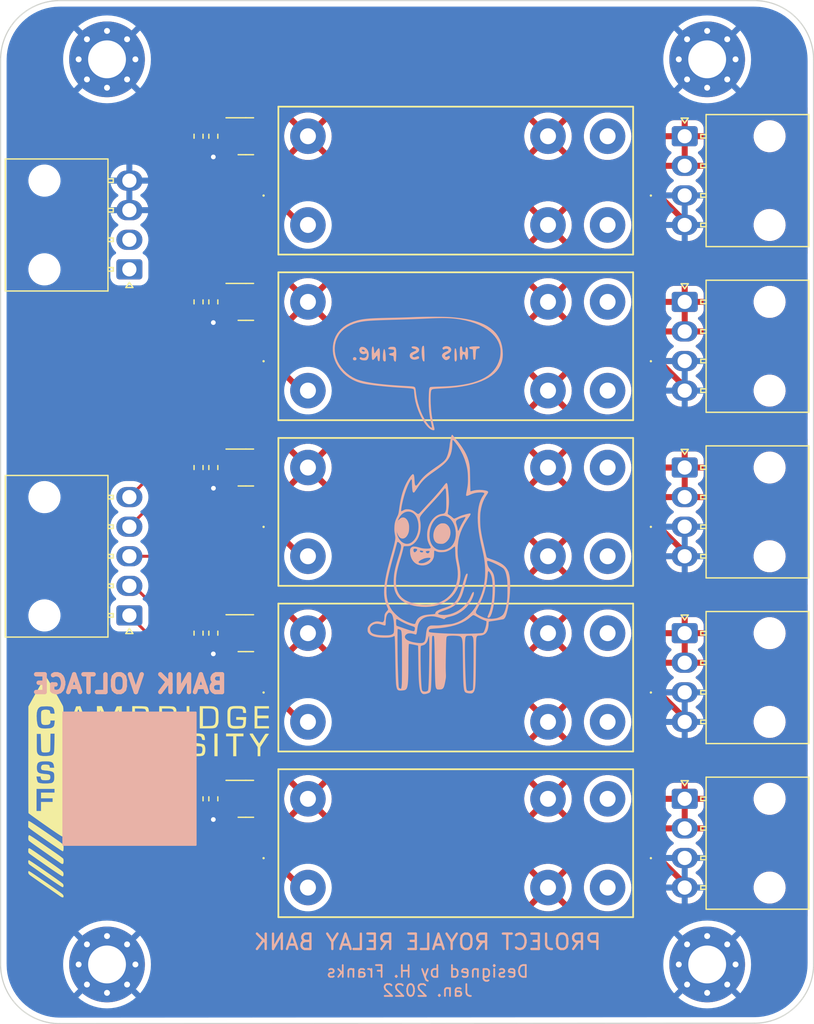
<source format=kicad_pcb>
(kicad_pcb (version 20211014) (generator pcbnew)
  (layers (0 "F.Cu" signal) (1 "In1.Cu" signal) (2 "In2.Cu" signal) (31 "B.Cu" signal) (34 "B.Paste" user) (35 "F.Paste" user) (36 "B.SilkS" user "B.Silkscreen") (37 "F.SilkS" user "F.Silkscreen") (38 "B.Mask" user) (39 "F.Mask" user) (44 "Edge.Cuts" user))
  (net 0 "")
  (net 1 "PWR")
  (net 2 "GND")
  (net 3 "Net-(D201-Pad2)")
  (net 4 "Net-(D301-Pad2)")
  (net 5 "Net-(D401-Pad2)")
  (net 6 "Net-(D501-Pad2)")
  (net 7 "Net-(D601-Pad2)")
  (net 8 "Net-(D202-Pad2)")
  (net 9 "Net-(D302-Pad2)")
  (net 10 "Net-(D402-Pad2)")
  (net 11 "Net-(D502-Pad2)")
  (net 12 "Net-(D602-Pad2)")
  (net 13 "Net-(Q201-Pad1)")
  (net 14 "Net-(Q301-Pad1)")
  (net 15 "Net-(Q401-Pad1)")
  (net 16 "Net-(Q501-Pad1)")
  (net 17 "Net-(Q601-Pad1)")
  (net 18 "/EN_04")
  (net 19 "/EN_02")
  (net 20 "/EN_05")
  (net 21 "/EN_01")
  (net 22 "/EN_03")
  (footprint "royale:BSS138" (layer "F.Cu") (at 143.74 106)
    (fp_text reference "Q401")
    (fp_text value "BSS138")
    (pad "1" smd roundrect (at -0.9375 -0.95) (size 1.475 0.6) (layers "F.Cu" "F.Paste" "F.Mask") (net 15 "Net-(Q401-Pad1)"))
    (pad "2" smd roundrect (at -0.9375 0.95) (size 1.475 0.6) (layers "F.Cu" "F.Paste" "F.Mask") (net 2 "GND"))
    (pad "3" smd roundrect (at 0.9375 0) (size 1.475 0.6) (layers "F.Cu" "F.Paste" "F.Mask") (net 10 "Net-(D402-Pad2)"))
  )
  (footprint "royale:MountingHole_Pad" (layer "F.Cu") (at 182.75 71.5)
    (fp_text reference "H102" hide)
    (fp_text value "MountingHole_Pad")
    (pad "1" thru_hole circle locked (at 1.697056 1.697056) (size 0.8 0.8) (drill 0.5) (layers *.Cu *.Mask) (net 2 "GND"))
    (pad "1" thru_hole circle locked (at 0 -2.4) (size 0.8 0.8) (drill 0.5) (layers *.Cu *.Mask) (net 2 "GND"))
    (pad "1" thru_hole circle locked (at 0 2.4) (size 0.8 0.8) (drill 0.5) (layers *.Cu *.Mask) (net 2 "GND"))
    (pad "1" thru_hole circle locked (at 2.4 0) (size 0.8 0.8) (drill 0.5) (layers *.Cu *.Mask) (net 2 "GND"))
    (pad "1" thru_hole circle locked (at -1.697056 -1.697056) (size 0.8 0.8) (drill 0.5) (layers *.Cu *.Mask) (net 2 "GND"))
    (pad "1" thru_hole circle locked (at -1.697056 1.697056) (size 0.8 0.8) (drill 0.5) (layers *.Cu *.Mask) (net 2 "GND"))
    (pad "1" thru_hole circle locked (at -2.4 0) (size 0.8 0.8) (drill 0.5) (layers *.Cu *.Mask) (net 2 "GND"))
    (pad "1" thru_hole circle locked (at 0 0) (size 6.4 6.4) (drill 3.2) (layers *.Cu *.Mask) (net 2 "GND"))
    (pad "1" thru_hole circle locked (at 1.697056 -1.697056) (size 0.8 0.8) (drill 0.5) (layers *.Cu *.Mask) (net 2 "GND"))
  )
  (footprint "royale:MountingHole_Pad" (layer "F.Cu") (at 182.75 148)
    (fp_text reference "H103" hide)
    (fp_text value "MountingHole_Pad")
    (pad "1" thru_hole circle locked (at 1.697056 -1.697056) (size 0.8 0.8) (drill 0.5) (layers *.Cu *.Mask) (net 2 "GND"))
    (pad "1" thru_hole circle locked (at 0 -2.4) (size 0.8 0.8) (drill 0.5) (layers *.Cu *.Mask) (net 2 "GND"))
    (pad "1" thru_hole circle locked (at -1.697056 1.697056) (size 0.8 0.8) (drill 0.5) (layers *.Cu *.Mask) (net 2 "GND"))
    (pad "1" thru_hole circle locked (at -2.4 0) (size 0.8 0.8) (drill 0.5) (layers *.Cu *.Mask) (net 2 "GND"))
    (pad "1" thru_hole circle locked (at 0 2.4) (size 0.8 0.8) (drill 0.5) (layers *.Cu *.Mask) (net 2 "GND"))
    (pad "1" thru_hole circle locked (at -1.697056 -1.697056) (size 0.8 0.8) (drill 0.5) (layers *.Cu *.Mask) (net 2 "GND"))
    (pad "1" thru_hole circle locked (at 2.4 0) (size 0.8 0.8) (drill 0.5) (layers *.Cu *.Mask) (net 2 "GND"))
    (pad "1" thru_hole circle locked (at 1.697056 1.697056) (size 0.8 0.8) (drill 0.5) (layers *.Cu *.Mask) (net 2 "GND"))
    (pad "1" thru_hole circle locked (at 0 0) (size 6.4 6.4) (drill 3.2) (layers *.Cu *.Mask) (net 2 "GND"))
  )
  (footprint "royale:Molex_Nano-Fit_105313-xx04_1x04_P2.50mm_Horizontal" (layer "F.Cu") (at 180.85 120)
    (fp_text reference "J301")
    (fp_text value "VALVE")
    (pad "" np_thru_hole circle (at 7.18 0) (size 1.7 1.7) (drill 1.7) (layers *.Cu *.Mask))
    (pad "" np_thru_hole circle (at 7.18 7.5) (size 1.7 1.7) (drill 1.7) (layers *.Cu *.Mask))
    (pad "1" thru_hole roundrect (at 0 0) (size 2.2 1.7) (drill 1.2) (layers *.Cu *.Mask) (roundrect_rratio 0.1470588235) (net 4 "Net-(D301-Pad2)"))
    (pad "2" thru_hole oval (at 0 2.5) (size 2.2 1.7) (drill 1.2) (layers *.Cu *.Mask) (net 4 "Net-(D301-Pad2)"))
    (pad "3" thru_hole oval (at 0 5) (size 2.2 1.7) (drill 1.2) (layers *.Cu *.Mask) (net 2 "GND"))
    (pad "4" thru_hole oval (at 0 7.5) (size 2.2 1.7) (drill 1.2) (layers *.Cu *.Mask) (net 2 "GND"))
  )
  (footprint "royale:D_0402" (layer "F.Cu") (at 145.24 109.75 90)
    (fp_text reference "D402")
    (fp_text value "Diode_Schottky")
    (pad "1" smd roundrect (at -0.5725 0 90) (size 0.765 0.64) (layers "F.Cu" "F.Paste" "F.Mask") (net 1 "PWR"))
    (pad "2" smd roundrect (at 0.5725 0 90) (size 0.765 0.64) (layers "F.Cu" "F.Paste" "F.Mask") (net 10 "Net-(D402-Pad2)"))
  )
  (footprint "royale:MountingHole_Pad" (layer "F.Cu") (at 132 71.5)
    (fp_text reference "H101" hide)
    (fp_text value "MountingHole_Pad")
    (pad "1" thru_hole circle locked (at 2.4 0) (size 0.8 0.8) (drill 0.5) (layers *.Cu *.Mask) (net 2 "GND"))
    (pad "1" thru_hole circle locked (at 1.697056 1.697056) (size 0.8 0.8) (drill 0.5) (layers *.Cu *.Mask) (net 2 "GND"))
    (pad "1" thru_hole circle locked (at -1.697056 1.697056) (size 0.8 0.8) (drill 0.5) (layers *.Cu *.Mask) (net 2 "GND"))
    (pad "1" thru_hole circle locked (at 0 2.4) (size 0.8 0.8) (drill 0.5) (layers *.Cu *.Mask) (net 2 "GND"))
    (pad "1" thru_hole circle locked (at -1.697056 -1.697056) (size 0.8 0.8) (drill 0.5) (layers *.Cu *.Mask) (net 2 "GND"))
    (pad "1" thru_hole circle locked (at 0 0) (size 6.4 6.4) (drill 3.2) (layers *.Cu *.Mask) (net 2 "GND"))
    (pad "1" thru_hole circle locked (at 1.697056 -1.697056) (size 0.8 0.8) (drill 0.5) (layers *.Cu *.Mask) (net 2 "GND"))
    (pad "1" thru_hole circle locked (at -2.4 0) (size 0.8 0.8) (drill 0.5) (layers *.Cu *.Mask) (net 2 "GND"))
    (pad "1" thru_hole circle locked (at 0 -2.4) (size 0.8 0.8) (drill 0.5) (layers *.Cu *.Mask) (net 2 "GND"))
  )
  (footprint "royale:D_0402" (layer "F.Cu") (at 177.99 123.75 90)
    (fp_text reference "D301")
    (fp_text value "Diode_ESD")
    (pad "1" smd roundrect (at -0.5725 0 90) (size 0.765 0.64) (layers "F.Cu" "F.Paste" "F.Mask") (net 2 "GND"))
    (pad "2" smd roundrect (at 0.5725 0 90) (size 0.765 0.64) (layers "F.Cu" "F.Paste" "F.Mask") (net 4 "Net-(D301-Pad2)"))
  )
  (footprint "royale:R_0402" (layer "F.Cu") (at 139.74 134 90)
    (fp_text reference "R201")
    (fp_text value "100")
    (pad "1" smd roundrect (at -0.5975 0 90) (size 0.715 0.64) (layers "F.Cu" "F.Paste" "F.Mask") (net 21 "/EN_01"))
    (pad "2" smd roundrect (at 0.5975 0 90) (size 0.715 0.64) (layers "F.Cu" "F.Paste" "F.Mask") (net 13 "Net-(Q201-Pad1)"))
  )
  (footprint "royale:D_0402" (layer "F.Cu") (at 177.99 109.75 90)
    (fp_text reference "D401")
    (fp_text value "Diode_ESD")
    (pad "1" smd roundrect (at -0.5725 0 90) (size 0.765 0.64) (layers "F.Cu" "F.Paste" "F.Mask") (net 2 "GND"))
    (pad "2" smd roundrect (at 0.5725 0 90) (size 0.765 0.64) (layers "F.Cu" "F.Paste" "F.Mask") (net 5 "Net-(D401-Pad2)"))
  )
  (footprint "royale:D_0402" (layer "F.Cu") (at 145.24 95.75 90)
    (fp_text reference "D502")
    (fp_text value "Diode_Schottky")
    (pad "1" smd roundrect (at -0.5725 0 90) (size 0.765 0.64) (layers "F.Cu" "F.Paste" "F.Mask") (net 1 "PWR"))
    (pad "2" smd roundrect (at 0.5725 0 90) (size 0.765 0.64) (layers "F.Cu" "F.Paste" "F.Mask") (net 11 "Net-(D502-Pad2)"))
  )
  (footprint "royale:D_0402" (layer "F.Cu") (at 145.24 81.75 90)
    (fp_text reference "D602")
    (fp_text value "Diode_Schottky")
    (pad "1" smd roundrect (at -0.5725 0 90) (size 0.765 0.64) (layers "F.Cu" "F.Paste" "F.Mask") (net 1 "PWR"))
    (pad "2" smd roundrect (at 0.5725 0 90) (size 0.765 0.64) (layers "F.Cu" "F.Paste" "F.Mask") (net 12 "Net-(D602-Pad2)"))
  )
  (footprint "royale:R_0402" (layer "F.Cu") (at 140.99 106 -90)
    (fp_text reference "R402")
    (fp_text value "110k")
    (pad "1" smd roundrect (at -0.5975 0 270) (size 0.715 0.64) (layers "F.Cu" "F.Paste" "F.Mask") (net 15 "Net-(Q401-Pad1)"))
    (pad "2" smd roundrect (at 0.5975 0 270) (size 0.715 0.64) (layers "F.Cu" "F.Paste" "F.Mask") (net 2 "GND"))
  )
  (footprint "royale:MountingHole_Pad" (layer "F.Cu") (at 132 147.999999)
    (fp_text reference "H104" hide)
    (fp_text value "MountingHole_Pad")
    (pad "1" thru_hole circle locked (at 0 -2.4) (size 0.8 0.8) (drill 0.5) (layers *.Cu *.Mask) (net 2 "GND"))
    (pad "1" thru_hole circle locked (at -1.697056 -1.697056) (size 0.8 0.8) (drill 0.5) (layers *.Cu *.Mask) (net 2 "GND"))
    (pad "1" thru_hole circle locked (at -2.4 0) (size 0.8 0.8) (drill 0.5) (layers *.Cu *.Mask) (net 2 "GND"))
    (pad "1" thru_hole circle locked (at 0 0) (size 6.4 6.4) (drill 3.2) (layers *.Cu *.Mask) (net 2 "GND"))
    (pad "1" thru_hole circle locked (at 1.697056 1.697056) (size 0.8 0.8) (drill 0.5) (layers *.Cu *.Mask) (net 2 "GND"))
    (pad "1" thru_hole circle locked (at 0 2.4) (size 0.8 0.8) (drill 0.5) (layers *.Cu *.Mask) (net 2 "GND"))
    (pad "1" thru_hole circle locked (at 1.697056 -1.697056) (size 0.8 0.8) (drill 0.5) (layers *.Cu *.Mask) (net 2 "GND"))
    (pad "1" thru_hole circle locked (at -1.697056 1.697056) (size 0.8 0.8) (drill 0.5) (layers *.Cu *.Mask) (net 2 "GND"))
    (pad "1" thru_hole circle locked (at 2.4 0) (size 0.8 0.8) (drill 0.5) (layers *.Cu *.Mask) (net 2 "GND"))
  )
  (footprint "royale:Relay" (layer "F.Cu") (at 148.99 113.5)
    (fp_text reference "K401")
    (fp_text value "SPST Relay")
    (pad "1" thru_hole circle locked (at 0 -7.5) (size 3 3) (drill 1.35) (layers *.Cu *.Mask) (net 10 "Net-(D402-Pad2)"))
    (pad "2" thru_hole circle locked (at 0 0) (size 3 3) (drill 1.35) (layers *.Cu *.Mask) (net 1 "PWR"))
    (pad "3" thru_hole circle locked (at 20.3 -7.5) (size 3 3) (drill 1.35) (layers *.Cu *.Mask) (net 5 "Net-(D401-Pad2)"))
    (pad "3" thru_hole circle locked (at 20.3 0) (size 3 3) (drill 1.35) (layers *.Cu *.Mask) (net 5 "Net-(D401-Pad2)"))
    (pad "4" thru_hole circle locked (at 25.34 0) (size 3 3) (drill 1.35) (layers *.Cu *.Mask) (net 1 "PWR"))
    (pad "4" thru_hole circle locked (at 25.34 -7.5) (size 3 3) (drill 1.35) (layers *.Cu *.Mask) (net 1 "PWR"))
  )
  (footprint "royale:BSS138" (layer "F.Cu") (at 143.74 134)
    (fp_text reference "Q201")
    (fp_text value "BSS138")
    (pad "1" smd roundrect (at -0.9375 -0.95) (size 1.475 0.6) (layers "F.Cu" "F.Paste" "F.Mask") (net 13 "Net-(Q201-Pad1)"))
    (pad "2" smd roundrect (at -0.9375 0.95) (size 1.475 0.6) (layers "F.Cu" "F.Paste" "F.Mask") (net 2 "GND"))
    (pad "3" smd roundrect (at 0.9375 0) (size 1.475 0.6) (layers "F.Cu" "F.Paste" "F.Mask") (net 8 "Net-(D202-Pad2)"))
  )
  (footprint "royale:BSS138" (layer "F.Cu") (at 143.74 92)
    (fp_text reference "Q501")
    (fp_text value "BSS138")
    (pad "1" smd roundrect (at -0.9375 -0.95) (size 1.475 0.6) (layers "F.Cu" "F.Paste" "F.Mask") (net 16 "Net-(Q501-Pad1)"))
    (pad "2" smd roundrect (at -0.9375 0.95) (size 1.475 0.6) (layers "F.Cu" "F.Paste" "F.Mask") (net 2 "GND"))
    (pad "3" smd roundrect (at 0.9375 0) (size 1.475 0.6) (layers "F.Cu" "F.Paste" "F.Mask") (net 11 "Net-(D502-Pad2)"))
  )
  (footprint "royale:Molex_Nano-Fit_105313-xx05_1x05_P2.50mm_Horizontal" (layer "F.Cu") (at 133.89 118.5 180)
    (fp_text reference "J103")
    (fp_text value "EN")
    (pad "" np_thru_hole circle (at 7.18 0 180) (size 1.7 1.7) (drill 1.7) (layers *.Cu *.Mask))
    (pad "" np_thru_hole circle (at 7.18 10 180) (size 1.7 1.7) (drill 1.7) (layers *.Cu *.Mask))
    (pad "1" thru_hole roundrect (at 0 0 180) (size 2.2 1.7) (drill 1.2) (layers *.Cu *.Mask) (roundrect_rratio 0.1470588235) (net 21 "/EN_01"))
    (pad "2" thru_hole oval (at 0 2.5 180) (size 2.2 1.7) (drill 1.2) (layers *.Cu *.Mask) (net 19 "/EN_02"))
    (pad "3" thru_hole oval (at 0 5 180) (size 2.2 1.7) (drill 1.2) (layers *.Cu *.Mask) (net 22 "/EN_03"))
    (pad "4" thru_hole oval (at 0 7.5 180) (size 2.2 1.7) (drill 1.2) (layers *.Cu *.Mask) (net 18 "/EN_04"))
    (pad "5" thru_hole oval (at 0 10 180) (size 2.2 1.7) (drill 1.2) (layers *.Cu *.Mask) (net 20 "/EN_05"))
  )
  (footprint "royale:R_0402" (layer "F.Cu") (at 140.99 120 -90)
    (fp_text reference "R302")
    (fp_text value "110k")
    (pad "1" smd roundrect (at -0.5975 0 270) (size 0.715 0.64) (layers "F.Cu" "F.Paste" "F.Mask") (net 14 "Net-(Q301-Pad1)"))
    (pad "2" smd roundrect (at 0.5975 0 270) (size 0.715 0.64) (layers "F.Cu" "F.Paste" "F.Mask") (net 2 "GND"))
  )
  (footprint "royale:Relay" (layer "F.Cu") (at 148.99 99.5)
    (fp_text reference "K501")
    (fp_text value "SPST Relay")
    (pad "1" thru_hole circle locked (at 0 -7.5) (size 3 3) (drill 1.35) (layers *.Cu *.Mask) (net 11 "Net-(D502-Pad2)"))
    (pad "2" thru_hole circle locked (at 0 0) (size 3 3) (drill 1.35) (layers *.Cu *.Mask) (net 1 "PWR"))
    (pad "3" thru_hole circle locked (at 20.3 -7.5) (size 3 3) (drill 1.35) (layers *.Cu *.Mask) (net 6 "Net-(D501-Pad2)"))
    (pad "3" thru_hole circle locked (at 20.3 0) (size 3 3) (drill 1.35) (layers *.Cu *.Mask) (net 6 "Net-(D501-Pad2)"))
    (pad "4" thru_hole circle locked (at 25.34 0) (size 3 3) (drill 1.35) (layers *.Cu *.Mask) (net 1 "PWR"))
    (pad "4" thru_hole circle locked (at 25.34 -7.5) (size 3 3) (drill 1.35) (layers *.Cu *.Mask) (net 1 "PWR"))
  )
  (footprint "royale:Molex_Nano-Fit_105313-xx04_1x04_P2.50mm_Horizontal" (layer "F.Cu") (at 180.85 78)
    (fp_text reference "J601")
    (fp_text value "VALVE")
    (pad "" np_thru_hole circle (at 7.18 7.5) (size 1.7 1.7) (drill 1.7) (layers *.Cu *.Mask))
    (pad "" np_thru_hole circle (at 7.18 0) (size 1.7 1.7) (drill 1.7) (layers *.Cu *.Mask))
    (pad "1" thru_hole roundrect (at 0 0) (size 2.2 1.7) (drill 1.2) (layers *.Cu *.Mask) (roundrect_rratio 0.1470588235) (net 7 "Net-(D601-Pad2)"))
    (pad "2" thru_hole oval (at 0 2.5) (size 2.2 1.7) (drill 1.2) (layers *.Cu *.Mask) (net 7 "Net-(D601-Pad2)"))
    (pad "3" thru_hole oval (at 0 5) (size 2.2 1.7) (drill 1.2) (layers *.Cu *.Mask) (net 2 "GND"))
    (pad "4" thru_hole oval (at 0 7.5) (size 2.2 1.7) (drill 1.2) (layers *.Cu *.Mask) (net 2 "GND"))
  )
  (footprint "royale:BSS138" (layer "F.Cu") (at 143.74 120)
    (fp_text reference "Q301")
    (fp_text value "BSS138")
    (pad "1" smd roundrect (at -0.9375 -0.95) (size 1.475 0.6) (layers "F.Cu" "F.Paste" "F.Mask") (net 14 "Net-(Q301-Pad1)"))
    (pad "2" smd roundrect (at -0.9375 0.95) (size 1.475 0.6) (layers "F.Cu" "F.Paste" "F.Mask") (net 2 "GND"))
    (pad "3" smd roundrect (at 0.9375 0) (size 1.475 0.6) (layers "F.Cu" "F.Paste" "F.Mask") (net 9 "Net-(D302-Pad2)"))
  )
  (footprint "royale:R_0402" (layer "F.Cu") (at 139.74 106 90)
    (fp_text reference "R401")
    (fp_text value "100")
    (pad "1" smd roundrect (at -0.5975 0 90) (size 0.715 0.64) (layers "F.Cu" "F.Paste" "F.Mask") (net 22 "/EN_03"))
    (pad "2" smd roundrect (at 0.5975 0 90) (size 0.715 0.64) (layers "F.Cu" "F.Paste" "F.Mask") (net 15 "Net-(Q401-Pad1)"))
  )
  (footprint "royale:R_0402" (layer "F.Cu") (at 140.99 134 -90)
    (fp_text reference "R202")
    (fp_text value "110k")
    (pad "1" smd roundrect (at -0.5975 0 270) (size 0.715 0.64) (layers "F.Cu" "F.Paste" "F.Mask") (net 13 "Net-(Q201-Pad1)"))
    (pad "2" smd roundrect (at 0.5975 0 270) (size 0.715 0.64) (layers "F.Cu" "F.Paste" "F.Mask") (net 2 "GND"))
  )
  (footprint "royale:D_0402" (layer "F.Cu") (at 177.99 81.75 90)
    (fp_text reference "D601")
    (fp_text value "Diode_ESD")
    (pad "1" smd roundrect (at -0.5725 0 90) (size 0.765 0.64) (layers "F.Cu" "F.Paste" "F.Mask") (net 2 "GND"))
    (pad "2" smd roundrect (at 0.5725 0 90) (size 0.765 0.64) (layers "F.Cu" "F.Paste" "F.Mask") (net 7 "Net-(D601-Pad2)"))
  )
  (footprint "royale:D_0402" (layer "F.Cu") (at 177.99 137.75 90)
    (fp_text reference "D201")
    (fp_text value "Diode_ESD")
    (pad "1" smd roundrect (at -0.5725 0 90) (size 0.765 0.64) (layers "F.Cu" "F.Paste" "F.Mask") (net 2 "GND"))
    (pad "2" smd roundrect (at 0.5725 0 90) (size 0.765 0.64) (layers "F.Cu" "F.Paste" "F.Mask") (net 3 "Net-(D201-Pad2)"))
  )
  (footprint "royale:R_0402" (layer "F.Cu") (at 139.74 120 90)
    (fp_text reference "R301")
    (fp_text value "100")
    (pad "1" smd roundrect (at -0.5975 0 90) (size 0.715 0.64) (layers "F.Cu" "F.Paste" "F.Mask") (net 19 "/EN_02"))
    (pad "2" smd roundrect (at 0.5975 0 90) (size 0.715 0.64) (layers "F.Cu" "F.Paste" "F.Mask") (net 14 "Net-(Q301-Pad1)"))
  )
  (footprint "royale:cusf_logo_full" (layer "F.Cu") (at 135.5 133)
    (fp_text reference "G***" hide)
    (fp_text value "LOGO" hide)
  )
  (footprint "royale:BSS138" (layer "F.Cu") (at 143.74 78)
    (fp_text reference "Q601")
    (fp_text value "BSS138")
    (pad "1" smd roundrect (at -0.9375 -0.95) (size 1.475 0.6) (layers "F.Cu" "F.Paste" "F.Mask") (net 17 "Net-(Q601-Pad1)"))
    (pad "2" smd roundrect (at -0.9375 0.95) (size 1.475 0.6) (layers "F.Cu" "F.Paste" "F.Mask") (net 2 "GND"))
    (pad "3" smd roundrect (at 0.9375 0) (size 1.475 0.6) (layers "F.Cu" "F.Paste" "F.Mask") (net 12 "Net-(D602-Pad2)"))
  )
  (footprint "royale:D_0402" (layer "F.Cu") (at 177.99 95.75 90)
    (fp_text reference "D501")
    (fp_text value "Diode_ESD")
    (pad "1" smd roundrect (at -0.5725 0 90) (size 0.765 0.64) (layers "F.Cu" "F.Paste" "F.Mask") (net 2 "GND"))
    (pad "2" smd roundrect (at 0.5725 0 90) (size 0.765 0.64) (layers "F.Cu" "F.Paste" "F.Mask") (net 6 "Net-(D501-Pad2)"))
  )
  (footprint "royale:R_0402" (layer "F.Cu") (at 140.99 92 -90)
    (fp_text reference "R502")
    (fp_text value "110k")
    (pad "1" smd roundrect (at -0.5975 0 270) (size 0.715 0.64) (layers "F.Cu" "F.Paste" "F.Mask") (net 16 "Net-(Q501-Pad1)"))
    (pad "2" smd roundrect (at 0.5975 0 270) (size 0.715 0.64) (layers "F.Cu" "F.Paste" "F.Mask") (net 2 "GND"))
  )
  (footprint "royale:Molex_Nano-Fit_105313-xx04_1x04_P2.50mm_Horizontal" (layer "F.Cu") (at 180.85 92)
    (fp_text reference "J501")
    (fp_text value "VALVE")
    (pad "" np_thru_hole circle (at 7.18 0) (size 1.7 1.7) (drill 1.7) (layers *.Cu *.Mask))
    (pad "" np_thru_hole circle (at 7.18 7.5) (size 1.7 1.7) (drill 1.7) (layers *.Cu *.Mask))
    (pad "1" thru_hole roundrect (at 0 0) (size 2.2 1.7) (drill 1.2) (layers *.Cu *.Mask) (roundrect_rratio 0.1470588235) (net 6 "Net-(D501-Pad2)"))
    (pad "2" thru_hole oval (at 0 2.5) (size 2.2 1.7) (drill 1.2) (layers *.Cu *.Mask) (net 6 "Net-(D501-Pad2)"))
    (pad "3" thru_hole oval (at 0 5) (size 2.2 1.7) (drill 1.2) (layers *.Cu *.Mask) (net 2 "GND"))
    (pad "4" thru_hole oval (at 0 7.5) (size 2.2 1.7) (drill 1.2) (layers *.Cu *.Mask) (net 2 "GND"))
  )
  (footprint "royale:Molex_Nano-Fit_105313-xx04_1x04_P2.50mm_Horizontal" (layer "F.Cu") (at 180.85 106)
    (fp_text reference "J401")
    (fp_text value "VALVE")
    (pad "" np_thru_hole circle (at 7.18 0) (size 1.7 1.7) (drill 1.7) (layers *.Cu *.Mask))
    (pad "" np_thru_hole circle (at 7.18 7.5) (size 1.7 1.7) (drill 1.7) (layers *.Cu *.Mask))
    (pad "1" thru_hole roundrect (at 0 0) (size 2.2 1.7) (drill 1.2) (layers *.Cu *.Mask) (roundrect_rratio 0.1470588235) (net 5 "Net-(D401-Pad2)"))
    (pad "2" thru_hole oval (at 0 2.5) (size 2.2 1.7) (drill 1.2) (layers *.Cu *.Mask) (net 5 "Net-(D401-Pad2)"))
    (pad "3" thru_hole oval (at 0 5) (size 2.2 1.7) (drill 1.2) (layers *.Cu *.Mask) (net 2 "GND"))
    (pad "4" thru_hole oval (at 0 7.5) (size 2.2 1.7) (drill 1.2) (layers *.Cu *.Mask) (net 2 "GND"))
  )
  (footprint "royale:R_0402" (layer "F.Cu") (at 140.99 78 -90)
    (fp_text reference "R602")
    (fp_text value "110k")
    (pad "1" smd roundrect (at -0.5975 0 270) (size 0.715 0.64) (layers "F.Cu" "F.Paste" "F.Mask") (net 17 "Net-(Q601-Pad1)"))
    (pad "2" smd roundrect (at 0.5975 0 270) (size 0.715 0.64) (layers "F.Cu" "F.Paste" "F.Mask") (net 2 "GND"))
  )
  (footprint "royale:Relay" (layer "F.Cu") (at 148.99 141.5)
    (fp_text reference "K201")
    (fp_text value "SPST Relay")
    (pad "1" thru_hole circle locked (at 0 -7.5) (size 3 3) (drill 1.35) (layers *.Cu *.Mask) (net 8 "Net-(D202-Pad2)"))
    (pad "2" thru_hole circle locked (at 0 0) (size 3 3) (drill 1.35) (layers *.Cu *.Mask) (net 1 "PWR"))
    (pad "3" thru_hole circle locked (at 20.3 -7.5) (size 3 3) (drill 1.35) (layers *.Cu *.Mask) (net 3 "Net-(D201-Pad2)"))
    (pad "3" thru_hole circle locked (at 20.3 0) (size 3 3) (drill 1.35) (layers *.Cu *.Mask) (net 3 "Net-(D201-Pad2)"))
    (pad "4" thru_hole circle locked (at 25.34 -7.5) (size 3 3) (drill 1.35) (layers *.Cu *.Mask) (net 1 "PWR"))
    (pad "4" thru_hole circle locked (at 25.34 0) (size 3 3) (drill 1.35) (layers *.Cu *.Mask) (net 1 "PWR"))
  )
  (footprint "royale:R_0402" (layer "F.Cu") (at 139.74 78 90)
    (fp_text reference "R601")
    (fp_text value "100")
    (pad "1" smd roundrect (at -0.5975 0 90) (size 0.715 0.64) (layers "F.Cu" "F.Paste" "F.Mask") (net 20 "/EN_05"))
    (pad "2" smd roundrect (at 0.5975 0 90) (size 0.715 0.64) (layers "F.Cu" "F.Paste" "F.Mask") (net 17 "Net-(Q601-Pad1)"))
  )
  (footprint "royale:Relay" (layer "F.Cu") (at 148.99 127.5)
    (fp_text reference "K301")
    (fp_text value "SPST Relay")
    (pad "1" thru_hole circle locked (at 0 -7.5) (size 3 3) (drill 1.35) (layers *.Cu *.Mask) (net 9 "Net-(D302-Pad2)"))
    (pad "2" thru_hole circle locked (at 0 0) (size 3 3) (drill 1.35) (layers *.Cu *.Mask) (net 1 "PWR"))
    (pad "3" thru_hole circle locked (at 20.3 -7.5) (size 3 3) (drill 1.35) (layers *.Cu *.Mask) (net 4 "Net-(D301-Pad2)"))
    (pad "3" thru_hole circle locked (at 20.3 0) (size 3 3) (drill 1.35) (layers *.Cu *.Mask) (net 4 "Net-(D301-Pad2)"))
    (pad "4" thru_hole circle locked (at 25.34 0) (size 3 3) (drill 1.35) (layers *.Cu *.Mask) (net 1 "PWR"))
    (pad "4" thru_hole circle locked (at 25.34 -7.5) (size 3 3) (drill 1.35) (layers *.Cu *.Mask) (net 1 "PWR"))
  )
  (footprint "royale:Molex_Nano-Fit_105313-xx04_1x04_P2.50mm_Horizontal" (layer "F.Cu") (at 180.85 134)
    (fp_text reference "J201")
    (fp_text value "VALVE")
    (pad "" np_thru_hole circle (at 7.18 7.5) (size 1.7 1.7) (drill 1.7) (layers *.Cu *.Mask))
    (pad "" np_thru_hole circle (at 7.18 0) (size 1.7 1.7) (drill 1.7) (layers *.Cu *.Mask))
    (pad "1" thru_hole roundrect (at 0 0) (size 2.2 1.7) (drill 1.2) (layers *.Cu *.Mask) (roundrect_rratio 0.1470588235) (net 3 "Net-(D201-Pad2)"))
    (pad "2" thru_hole oval (at 0 2.5) (size 2.2 1.7) (drill 1.2) (layers *.Cu *.Mask) (net 3 "Net-(D201-Pad2)"))
    (pad "3" thru_hole oval (at 0 5) (size 2.2 1.7) (drill 1.2) (layers *.Cu *.Mask) (net 2 "GND"))
    (pad "4" thru_hole oval (at 0 7.5) (size 2.2 1.7) (drill 1.2) (layers *.Cu *.Mask) (net 2 "GND"))
  )
  (footprint "royale:Relay" (layer "F.Cu") (at 148.99 85.5)
    (fp_text reference "K601")
    (fp_text value "SPST Relay")
    (pad "1" thru_hole circle locked (at 0 -7.5) (size 3 3) (drill 1.35) (layers *.Cu *.Mask) (net 12 "Net-(D602-Pad2)"))
    (pad "2" thru_hole circle locked (at 0 0) (size 3 3) (drill 1.35) (layers *.Cu *.Mask) (net 1 "PWR"))
    (pad "3" thru_hole circle locked (at 20.3 0) (size 3 3) (drill 1.35) (layers *.Cu *.Mask) (net 7 "Net-(D601-Pad2)"))
    (pad "3" thru_hole circle locked (at 20.3 -7.5) (size 3 3) (drill 1.35) (layers *.Cu *.Mask) (net 7 "Net-(D601-Pad2)"))
    (pad "4" thru_hole circle locked (at 25.34 0) (size 3 3) (drill 1.35) (layers *.Cu *.Mask) (net 1 "PWR"))
    (pad "4" thru_hole circle locked (at 25.34 -7.5) (size 3 3) (drill 1.35) (layers *.Cu *.Mask) (net 1 "PWR"))
  )
  (footprint "royale:D_0402" (layer "F.Cu") (at 145.24 123.75 90)
    (fp_text reference "D302")
    (fp_text value "Diode_Schottky")
    (pad "1" smd roundrect (at -0.5725 0 90) (size 0.765 0.64) (layers "F.Cu" "F.Paste" "F.Mask") (net 1 "PWR"))
    (pad "2" smd roundrect (at 0.5725 0 90) (size 0.765 0.64) (layers "F.Cu" "F.Paste" "F.Mask") (net 9 "Net-(D302-Pad2)"))
  )
  (footprint "royale:Molex_Nano-Fit_105313-xx04_1x04_P2.50mm_Horizontal" (layer "F.Cu") (at 133.89 89.25 180)
    (fp_text reference "J102")
    (fp_text value "PWR")
    (pad "" np_thru_hole circle (at 7.18 7.5 180) (size 1.7 1.7) (drill 1.7) (layers *.Cu *.Mask))
    (pad "" np_thru_hole circle (at 7.18 0 180) (size 1.7 1.7) (drill 1.7) (layers *.Cu *.Mask))
    (pad "1" thru_hole roundrect (at 0 0 180) (size 2.2 1.7) (drill 1.2) (layers *.Cu *.Mask) (roundrect_rratio 0.1470588235) (net 1 "PWR"))
    (pad "2" thru_hole oval (at 0 2.5 180) (size 2.2 1.7) (drill 1.2) (layers *.Cu *.Mask) (net 1 "PWR"))
    (pad "3" thru_hole oval (at 0 5 180) (size 2.2 1.7) (drill 1.2) (layers *.Cu *.Mask) (net 2 "GND"))
    (pad "4" thru_hole oval (at 0 7.5 180) (size 2.2 1.7) (drill 1.2) (layers *.Cu *.Mask) (net 2 "GND"))
  )
  (footprint "royale:R_0402" (layer "F.Cu") (at 139.74 92 90)
    (fp_text reference "R501")
    (fp_text value "100")
    (pad "1" smd roundrect (at -0.5975 0 90) (size 0.715 0.64) (layers "F.Cu" "F.Paste" "F.Mask") (net 18 "/EN_04"))
    (pad "2" smd roundrect (at 0.5975 0 90) (size 0.715 0.64) (layers "F.Cu" "F.Paste" "F.Mask") (net 16 "Net-(Q501-Pad1)"))
  )
  (footprint "royale:D_0402" (layer "F.Cu") (at 145.24 137.75 90)
    (fp_text reference "D202")
    (fp_text value "Diode_Schottky")
    (pad "1" smd roundrect (at -0.5725 0 90) (size 0.765 0.64) (layers "F.Cu" "F.Paste" "F.Mask") (net 1 "PWR"))
    (pad "2" smd roundrect (at 0.5725 0 90) (size 0.765 0.64) (layers "F.Cu" "F.Paste" "F.Mask") (net 8 "Net-(D202-Pad2)"))
  )
  (footprint "royale:This_Is_Fine" (layer "B.Cu") (at 158.6 109.2 180)
    (fp_text reference "G***")
    (fp_text value "LOGO" hide)
  )
  (gr_rect (start 128.3 126.7) (end 139.5 137.9) (layer "B.SilkS") (width 0.15) (fill solid))
  (gr_arc (start 123 71.535534) (mid 124.464466 68) (end 128 66.535534) (layer "Edge.Cuts") (width 0.1))
  (gr_line (start 128 153) (end 186.75 152.964466) (layer "Edge.Cuts") (width 0.1))
  (gr_arc (start 191.75 147.964466) (mid 190.285534 151.5) (end 186.75 152.964466) (layer "Edge.Cuts") (width 0.1))
  (gr_arc (start 128 153) (mid 124.464466 151.535534) (end 123 148) (layer "Edge.Cuts") (width 0.1))
  (gr_line (start 191.75 71.535534) (end 191.75 147.964466) (layer "Edge.Cuts") (width 0.1))
  (gr_line (start 128 66.535534) (end 186.75 66.535534) (layer "Edge.Cuts") (width 0.1))
  (gr_arc (start 186.75 66.535534) (mid 190.285534 68) (end 191.75 71.535534) (layer "Edge.Cuts") (width 0.1))
  (gr_line (start 123 148) (end 123 71.535534) (layer "Edge.Cuts") (width 0.1))
  (gr_text "BANK VOLTAGE" (at 133.899999 124.299999) (layer "B.SilkS") (effects (font (size 1.5 1.5) (thickness 0.375)) (justify mirror)))
  (gr_text "PROJECT ROYALE RELAY BANK" (at 159.1 146.1) (layer "B.SilkS") (effects (font (size 1.3 1.3) (thickness 0.2)) (justify mirror)))
  (gr_text "Designed by H. Franks\nJan. 2022" (at 159.1 149.4) (layer "B.SilkS") (effects (font (size 1 1)) (justify mirror)))
  (segment (start 148.4175 99.5) (end 145.24 96.3225) (width 0.5) (layer "F.Cu") (net 1))
  (segment (start 148.99 127.5) (end 148.4175 127.5) (width 0.5) (layer "F.Cu") (net 1))
  (segment (start 148.99 99.5) (end 148.4175 99.5) (width 0.5) (layer "F.Cu") (net 1))
  (segment (start 148.99 141.5) (end 148.4175 141.5) (width 0.5) (layer "F.Cu") (net 1))
  (segment (start 148.99 85.5) (end 148.4175 85.5) (width 0.5) (layer "F.Cu") (net 1))
  (segment (start 148.4175 127.5) (end 145.24 124.3225) (width 0.5) (layer "F.Cu") (net 1))
  (segment (start 148.99 113.5) (end 148.4175 113.5) (width 0.5) (layer "F.Cu") (net 1))
  (segment (start 148.4175 85.5) (end 145.24 82.3225) (width 0.5) (layer "F.Cu") (net 1))
  (segment (start 148.4175 141.5) (end 145.24 138.3225) (width 0.5) (layer "F.Cu") (net 1))
  (segment (start 148.4175 113.5) (end 145.24 110.3225) (width 0.5) (layer "F.Cu") (net 1))
  (segment (start 180.85 141.5) (end 180.85 141.1825) (width 0.5) (layer "F.Cu") (net 2))
  (segment (start 180.85 139) (end 178.6675 139) (width 0.5) (layer "F.Cu") (net 2))
  (segment (start 141 106.5975) (end 141 107.75) (width 0.5) (layer "F.Cu") (net 2))
  (segment (start 180.85 99.5) (end 180.85 99.1825) (width 0.5) (layer "F.Cu") (net 2))
  (segment (start 140.99 78.5975) (end 140.99 79.75) (width 0.5) (layer "F.Cu") (net 2))
  (segment (start 178.6675 139) (end 177.99 138.3225) (width 0.5) (layer "F.Cu") (net 2))
  (segment (start 141.3425 78.95) (end 142.8025 78.95) (width 0.5) (layer "F.Cu") (net 2))
  (segment (start 180.85 97) (end 178.6675 97) (width 0.5) (layer "F.Cu") (net 2))
  (segment (start 177.99 124.3225) (end 178.6675 125) (width 0.5) (layer "F.Cu") (net 2))
  (segment (start 180.85 141.1825) (end 177.99 138.3225) (width 0.5) (layer "F.Cu") (net 2))
  (segment (start 140.99 120.5975) (end 140.99 121.75) (width 0.5) (layer "F.Cu") (net 2))
  (segment (start 180.85 127.1825) (end 177.99 124.3225) (width 0.5) (layer "F.Cu") (net 2))
  (segment (start 141.3525 106.95) (end 142.8125 106.95) (width 0.5) (layer "F.Cu") (net 2))
  (segment (start 180.85 113.1825) (end 177.99 110.3225) (width 0.5) (layer "F.Cu") (net 2))
  (segment (start 178.6675 125) (end 180.85 125) (width 0.5) (layer "F.Cu") (net 2))
  (segment (start 140.99 78.5975) (end 141.3425 78.95) (width 0.5) (layer "F.Cu") (net 2))
  (segment (start 141.3425 92.95) (end 142.8025 92.95) (width 0.5) (layer "F.Cu") (net 2))
  (segment (start 140.99 134.5975) (end 140.99 135.75) (width 0.5) (layer "F.Cu") (net 2))
  (segment (start 177.99 82.3225) (end 178.6675 83) (width 0.5) (layer "F.Cu") (net 2))
  (segment (start 141.3425 120.95) (end 142.8025 120.95) (width 0.5) (layer "F.Cu") (net 2))
  (segment (start 180.85 113.5) (end 180.85 113.1825) (width 0.5) (layer "F.Cu") (net 2))
  (segment (start 140.99 134.5975) (end 141.3425 134.95) (width 0.5) (layer "F.Cu") (net 2))
  (segment (start 180.85 127.5) (end 180.85 127.1825) (width 0.5) (layer "F.Cu") (net 2))
  (segment (start 141.3425 134.95) (end 142.8025 134.95) (width 0.5) (layer "F.Cu") (net 2))
  (segment (start 140.99 120.5975) (end 141.3425 120.95) (width 0.5) (layer "F.Cu") (net 2))
  (segment (start 178.6675 83) (end 180.85 83) (width 0.5) (layer "F.Cu") (net 2))
  (segment (start 180.85 85.5) (end 180.85 85.1825) (width 0.5) (layer "F.Cu") (net 2))
  (segment (start 140.99 92.5975) (end 141.3425 92.95) (width 0.5) (layer "F.Cu") (net 2))
  (segment (start 141 106.5975) (end 141.3525 106.95) (width 0.5) (layer "F.Cu") (net 2))
  (segment (start 180.85 85.1825) (end 177.99 82.3225) (width 0.5) (layer "F.Cu") (net 2))
  (segment (start 180.85 99.1825) (end 177.99 96.3225) (width 0.5) (layer "F.Cu") (net 2))
  (segment (start 140.99 92.5975) (end 140.99 93.75) (width 0.5) (layer "F.Cu") (net 2))
  (segment (start 178.6675 111) (end 180.85 111) (width 0.5) (layer "F.Cu") (net 2))
  (segment (start 178.6675 97) (end 177.99 96.3225) (width 0.5) (layer "F.Cu") (net 2))
  (segment (start 177.99 110.3225) (end 178.6675 111) (width 0.5) (layer "F.Cu") (net 2))
  (via (at 140.99 121.75) (size 0.8) (drill 0.4) (layers "F.Cu" "B.Cu") (net 2))
  (via (at 140.99 135.75) (size 0.8) (drill 0.4) (layers "F.Cu" "B.Cu") (net 2))
  (via (at 140.99 79.75) (size 0.8) (drill 0.4) (layers "F.Cu" "B.Cu") (net 2))
  (via (at 140.99 93.75) (size 0.8) (drill 0.4) (layers "F.Cu" "B.Cu") (net 2))
  (via (at 141 107.75) (size 0.8) (drill 0.4) (layers "F.Cu" "B.Cu") (net 2))
  (segment (start 140.99 133.4025) (end 142.45 133.4025) (width 0.5) (layer "F.Cu") (net 13))
  (segment (start 142.45 133.4025) (end 142.8025 133.05) (width 0.5) (layer "F.Cu") (net 13))
  (segment (start 139.74 133.4025) (end 140.99 133.4025) (width 0.5) (layer "F.Cu") (net 13))
  (segment (start 139.74 119.4025) (end 140.99 119.4025) (width 0.5) (layer "F.Cu") (net 14))
  (segment (start 140.99 119.4025) (end 142.45 119.4025) (width 0.5) (layer "F.Cu") (net 14))
  (segment (start 142.45 119.4025) (end 142.8025 119.05) (width 0.5) (layer "F.Cu") (net 14))
  (segment (start 139.74 105.4025) (end 140.99 105.4025) (width 0.5) (layer "F.Cu") (net 15))
  (segment (start 140.99 105.4025) (end 142.45 105.4025) (width 0.5) (layer "F.Cu") (net 15))
  (segment (start 142.45 105.4025) (end 142.8025 105.05) (width 0.5) (layer "F.Cu") (net 15))
  (segment (start 140.99 91.4025) (end 142.45 91.4025) (width 0.5) (layer "F.Cu") (net 16))
  (segment (start 139.74 91.4025) (end 140.99 91.4025) (width 0.5) (layer "F.Cu") (net 16))
  (segment (start 142.45 91.4025) (end 142.8025 91.05) (width 0.5) (layer "F.Cu") (net 16))
  (segment (start 139.74 77.4025) (end 140.99 77.4025) (width 0.5) (layer "F.Cu") (net 17))
  (segment (start 140.99 77.4025) (end 142.45 77.4025) (width 0.5) (layer "F.Cu") (net 17))
  (segment (start 142.45 77.4025) (end 142.8025 77.05) (width 0.5) (layer "F.Cu") (net 17))
  (segment (start 138 94.3375) (end 138 106.89) (width 0.25) (layer "F.Cu") (net 18))
  (segment (start 138 106.89) (end 133.89 111) (width 0.25) (layer "F.Cu") (net 18))
  (segment (start 139.74 92.5975) (end 138 94.3375) (width 0.25) (layer "F.Cu") (net 18))
  (segment (start 134.25 116) (end 133.89 116) (width 0.25) (layer "F.Cu") (net 19))
  (segment (start 139.74 120.5975) (end 138.8475 120.5975) (width 0.25) (layer "F.Cu") (net 19))
  (segment (start 138.8475 120.5975) (end 134.25 116) (width 0.25) (layer "F.Cu") (net 19))
  (segment (start 136 106.39) (end 133.89 108.5) (width 0.25) (layer "F.Cu") (net 20))
  (segment (start 136 82.3375) (end 136 106.39) (width 0.25) (layer "F.Cu") (net 20))
  (segment (start 139.74 78.5975) (end 136 82.3375) (width 0.25) (layer "F.Cu") (net 20))
  (segment (start 138 132.8575) (end 139.74 134.5975) (width 0.25) (layer "F.Cu") (net 21))
  (segment (start 138 122.61) (end 138 132.8575) (width 0.25) (layer "F.Cu") (net 21))
  (segment (start 133.89 118.5) (end 138 122.61) (width 0.25) (layer "F.Cu") (net 21))
  (segment (start 139.74 109.76) (end 136 113.5) (width 0.25) (layer "F.Cu") (net 22))
  (segment (start 139.74 106.5975) (end 139.74 109.76) (width 0.25) (layer "F.Cu") (net 22))
  (segment (start 136 113.5) (end 133.89 113.5) (width 0.25) (layer "F.Cu") (net 22))
  (zone (net 9) (net_name "Net-(D302-Pad2)") (layer "F.Cu") (connect_pads (clearance 0.508)) (min_thickness 0.254) (fill yes (thermal_gap 0.508) (thermal_bridge_width 0.508))
    (polygon (pts (xy 152.24 123.75) (xy 143.74 123.75) (xy 143.74 117.5) (xy 152.24 117.5)))
  )
  (zone (net 7) (net_name "Net-(D601-Pad2)") (layer "F.Cu") (connect_pads (clearance 0.508)) (min_thickness 0.254) (fill yes (thermal_gap 0.508) (thermal_bridge_width 0.508))
    (polygon (pts (xy 191.49 88) (xy 166.49 88) (xy 166.49 75.5) (xy 191.49 75.5)))
  )
  (zone (net 12) (net_name "Net-(D602-Pad2)") (layer "F.Cu") (connect_pads (clearance 0.508)) (min_thickness 0.254) (fill yes (thermal_gap 0.508) (thermal_bridge_width 0.508))
    (polygon (pts (xy 152.24 81.75) (xy 143.74 81.75) (xy 143.74 75.5) (xy 152.24 75.5)))
  )
  (zone (net 3) (net_name "Net-(D201-Pad2)") (layer "F.Cu") (connect_pads (clearance 0.508)) (min_thickness 0.254) (fill yes (thermal_gap 0.508) (thermal_bridge_width 0.508))
    (polygon (pts (xy 191.49 144) (xy 166.49 144) (xy 166.49 131.5) (xy 191.49 131.5)))
  )
  (zone (net 8) (net_name "Net-(D202-Pad2)") (layer "F.Cu") (connect_pads (clearance 0.508)) (min_thickness 0.254) (fill yes (thermal_gap 0.508) (thermal_bridge_width 0.508))
    (polygon (pts (xy 152.24 137.75) (xy 143.74 137.75) (xy 143.74 131.5) (xy 152.24 131.5)))
  )
  (zone (net 4) (net_name "Net-(D301-Pad2)") (layer "F.Cu") (connect_pads (clearance 0.508)) (min_thickness 0.254) (fill yes (thermal_gap 0.508) (thermal_bridge_width 0.508))
    (polygon (pts (xy 191.49 130) (xy 166.49 130) (xy 166.49 117.5) (xy 191.49 117.5)))
  )
  (zone (net 11) (net_name "Net-(D502-Pad2)") (layer "F.Cu") (connect_pads (clearance 0.508)) (min_thickness 0.254) (fill yes (thermal_gap 0.508) (thermal_bridge_width 0.508))
    (polygon (pts (xy 152.24 95.75) (xy 143.74 95.75) (xy 143.74 89.5) (xy 152.24 89.5)))
  )
  (zone (net 6) (net_name "Net-(D501-Pad2)") (layer "F.Cu") (connect_pads (clearance 0.508)) (min_thickness 0.254) (fill yes (thermal_gap 0.508) (thermal_bridge_width 0.508))
    (polygon (pts (xy 191.49 102) (xy 166.49 102) (xy 166.49 89.5) (xy 191.49 89.5)))
  )
  (zone (net 10) (net_name "Net-(D402-Pad2)") (layer "F.Cu") (connect_pads (clearance 0.508)) (min_thickness 0.254) (fill yes (thermal_gap 0.508) (thermal_bridge_width 0.508))
    (polygon (pts (xy 152.24 109.75) (xy 143.74 109.75) (xy 143.74 103.5) (xy 152.24 103.5)))
  )
  (zone (net 5) (net_name "Net-(D401-Pad2)") (layer "F.Cu") (connect_pads (clearance 0.508)) (min_thickness 0.254) (fill yes (thermal_gap 0.508) (thermal_bridge_width 0.508))
    (polygon (pts (xy 191.49 116) (xy 166.49 116) (xy 166.49 103.5) (xy 191.49 103.5)))
  )
  (zone (net 2) (net_name "GND") (layer "B.Cu") (connect_pads (clearance 0.508)) (min_thickness 0.254) (fill yes (thermal_gap 0.508) (thermal_bridge_width 0.508))
    (polygon (pts (xy 191.75 153) (xy 123 153) (xy 123 66.5) (xy 191.75 66.5)))
  )
)
</source>
